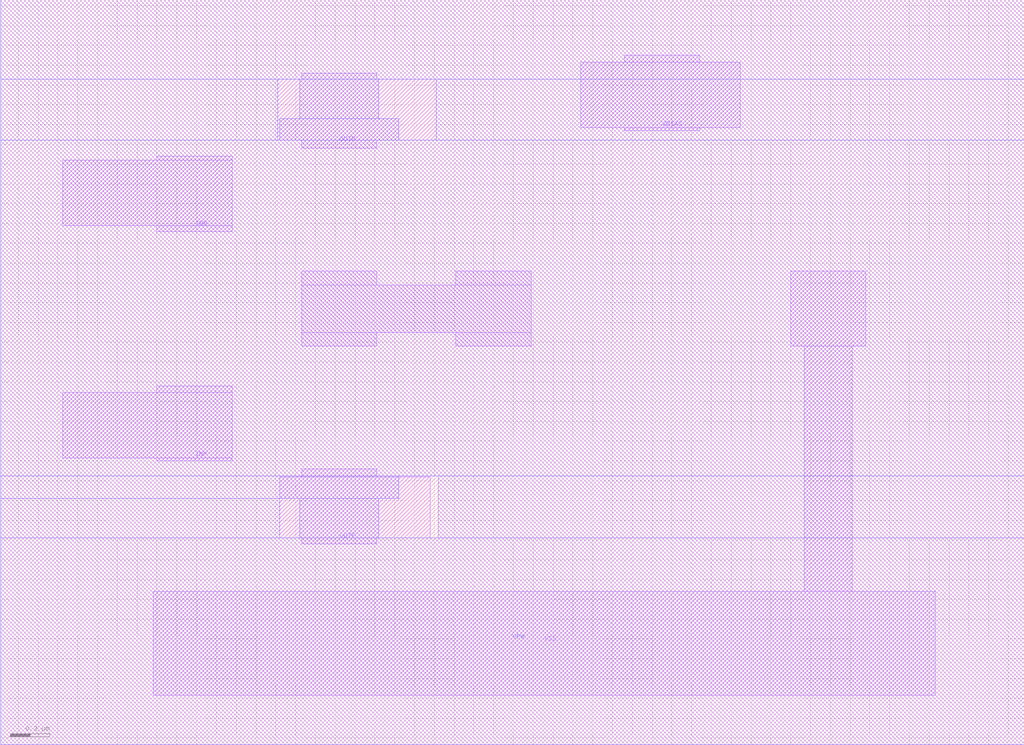
<source format=lef>
VERSION 5.7 ;
  NOWIREEXTENSIONATPIN ON ;
  DIVIDERCHAR "/" ;
  BUSBITCHARS "[]" ;
MACRO CS_Switch_16x
  CLASS BLOCK ;
  FOREIGN CS_Switch_16x ;
  ORIGIN -5.110 2.435 ;
  SIZE 5.170 BY 3.765 ;
  PIN INP
    DIRECTION INPUT ;
    USE SIGNAL ;
    ANTENNAGATEAREA 0.180000 ;
    PORT
      LAYER Metal1 ;
        RECT 5.900 -0.655 6.280 -0.620 ;
        RECT 5.425 -0.985 6.280 -0.655 ;
        RECT 5.900 -1.000 6.280 -0.985 ;
    END
  END INP
  PIN INN
    DIRECTION INPUT ;
    USE SIGNAL ;
    ANTENNAGATEAREA 0.180000 ;
    PORT
      LAYER Metal1 ;
        RECT 5.900 0.520 6.280 0.540 ;
        RECT 5.425 0.190 6.280 0.520 ;
        RECT 5.900 0.160 6.280 0.190 ;
    END
  END INN
  PIN OUTP
    DIRECTION INOUT ;
    USE SIGNAL ;
    ANTENNADIFFAREA 0.234000 ;
    PORT
      LAYER Metal1 ;
        RECT 6.630 -1.080 7.010 -1.040 ;
        RECT 6.520 -1.390 7.280 -1.080 ;
        RECT 6.630 -1.420 7.010 -1.390 ;
    END
  END OUTP
  PIN OUTN
    DIRECTION INOUT ;
    USE POWER ;
    PORT
      LAYER Metal1 ;
        RECT 6.630 0.930 7.010 0.960 ;
        RECT 6.510 0.620 7.310 0.930 ;
        RECT 6.630 0.580 7.010 0.620 ;
    END
  END OUTN
  PIN VBIAS
    DIRECTION INOUT ;
    USE POWER ;
    PORT
      LAYER Metal1 ;
        RECT 8.260 1.015 8.640 1.050 ;
        RECT 8.040 0.685 8.845 1.015 ;
        RECT 8.260 0.670 8.640 0.685 ;
    END
  END VBIAS
  PIN VSS
    DIRECTION INOUT ;
    USE GROUND ;
    PORT
      LAYER Metal1 ;
        RECT 9.100 -0.420 9.480 -0.040 ;
        RECT 9.170 -1.660 9.410 -0.420 ;
        RECT 5.880 -2.185 9.830 -1.660 ;
    END
  END VSS
  PIN VPW
    DIRECTION INOUT ;
    USE GROUND ;
    PORT
      LAYER Pwell ;
        RECT 5.110 0.930 10.280 1.330 ;
        RECT 5.110 0.620 6.510 0.930 ;
        RECT 6.620 0.730 7.020 0.930 ;
        RECT 6.520 0.620 7.120 0.730 ;
        RECT 7.310 0.620 10.280 0.930 ;
        RECT 5.110 -1.075 10.280 0.620 ;
        RECT 5.110 -1.190 7.120 -1.075 ;
        RECT 5.110 -1.390 6.520 -1.190 ;
        RECT 6.620 -1.390 7.020 -1.190 ;
        RECT 7.320 -1.390 10.280 -1.075 ;
        RECT 5.110 -2.435 10.280 -1.390 ;
    END
  END VPW
  OBS
      LAYER Metal1 ;
        RECT 6.630 -0.110 7.010 -0.040 ;
        RECT 7.410 -0.110 7.790 -0.040 ;
        RECT 6.630 -0.350 7.790 -0.110 ;
        RECT 6.630 -0.420 7.010 -0.350 ;
        RECT 7.410 -0.420 7.790 -0.350 ;
  END
END CS_Switch_16x
END LIBRARY


</source>
